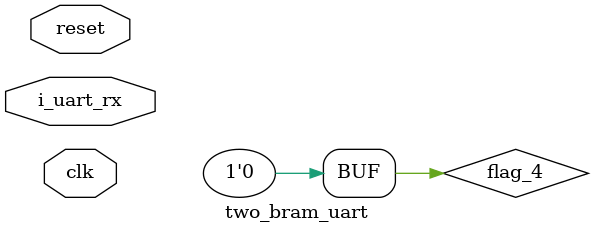
<source format=v>
module two_bram_uart(input clk,reset,i_uart_rx);

wire clk_out1, clk_out2;

localparam  N_DATA_BITS = 8,
                OVERSAMPLE = 13;
                
    localparam integer UART_CLOCK_DIVIDER = 64;
    localparam integer MAJORITY_START_IDX = 4;
    localparam integer MAJORITY_END_IDX = 8;
    localparam integer UART_CLOCK_DIVIDER_WIDTH = $clog2(UART_CLOCK_DIVIDER);
    
    wire reset;
    
    wire uart_clk;
    reg uart_en;
    reg [UART_CLOCK_DIVIDER_WIDTH:0] uart_divider_counter;
    
    wire [N_DATA_BITS-1:0] uart_rx_data;
    wire uart_rx_data_valid;
    
    reg [N_DATA_BITS-1:0] uart_rx_data_buf;
    reg uart_rx_data_valid_buf;
    
     uart_rx #(
        .OVERSAMPLE(OVERSAMPLE),
        .N_DATA_BITS(N_DATA_BITS),
        .MAJORITY_START_IDX(MAJORITY_START_IDX),
        .MAJORITY_END_IDX(MAJORITY_END_IDX)
    ) rx_data (
        .i_clk(uart_clk),
        .i_en(uart_en),
        .i_reset(reset),
        .i_data(i_uart_rx),
        
        .o_data(uart_rx_data),
        .o_data_valid(uart_rx_data_valid)
    );

always @(posedge uart_clk) begin
        if(uart_divider_counter < (UART_CLOCK_DIVIDER-1))
            uart_divider_counter <= uart_divider_counter + 1;
       else
            uart_divider_counter <= 'd0;
    end
    
always @(posedge uart_clk) begin
    uart_en <= (uart_divider_counter == 'd10); 
end

clk_wiz_0 clk_gen(
   .clk_out1(uart_clk),     // output clk_out1
   .clk_in1(clk));      // input clk_in1


// BRAM A inst and variables
reg wea_a=1;
reg [3:0] addra_r, addra_w;
reg [7:0] din_a, buff_a; 
wire [7:0] data_a;


blk_mem_gen_0 bram_a (
  .clka(uart_clk),    // input wire clka
  .wea(wea_a),      // input wire [0 : 0] wea
  .addra(addra_w),  // input wire [3 : 0] addra
  .dina(din_a),    // input wire [7 : 0] dina
  .douta(0),  // output wire [7 : 0] douta
  .clkb(clk),    // input wire clkb
  .web(0),      // input wire [0 : 0] web
  .addrb(addra_r),  // input wire [3 : 0] addrb
  .dinb(0),    // input wire [7 : 0] dinb
  .doutb(data_a)  // output wire [7 : 0] doutb
);

// BRAM B inst and variables
reg wea_b=1;
reg [3:0] addrb_r, addrb_w;
reg [7:0] din_b, buff_b;
wire [7:0] data_b; 

blk_mem_gen_0 bram_b (
  .clka(uart_clk),    // input wire clka
  .wea(wea_b),      // input wire [0 : 0] wea
  .addra(addrb_w),  // input wire [3 : 0] addra
  .dina(din_b),    // input wire [7 : 0] dina
  .douta(0),  // output wire [7 : 0] douta
  .clkb(clk),    // input wire clkb
  .web(0),      // input wire [0 : 0] web
  .addrb(addrb_r),  // input wire [3 : 0] addrb
  .dinb(0),    // input wire [7 : 0] dinb
  .doutb(data_b)  // output wire [7 : 0] doutb
);

//debugging writing to BRAM uart_clk

ila_0 ila_uart (
	.clk(uart_clk), // input wire clk
	.probe0(wea_a), // input wire [0:0]  probe0  
	.probe1(addra_w), // input wire [3:0]  probe1 
	.probe2(din_a), // input wire [7:0]  probe2 
	.probe3(wea_b), // input wire [0:0]  probe3 
	.probe4(addrb_w), // input wire [3:0]  probe4 
	.probe5(din_b), // input wire [7:0]  probe5 
	.probe6(b_sel), // input wire [0:0]  probe6 
	.probe7(sysenb), // input wire [0:0]  probe7 
	.probe8(cnt) // input wire [4:0]  probe8
);


ila_1 ila_clk (
	.clk(clk), // input wire clk
	.probe0(addra_w), // input wire [3:0]  probe0  
	.probe1(buff_a), // input wire [7:0]  probe1 
	.probe2(addra_r), // input wire [3:0]  probe2 
	.probe3(buff_b), // input wire [7:0]  probe3 
	.probe4(addrb_w), // input wire [3:0]  probe4 
	.probe5(din_a), // input wire [7:0]  probe5 
	.probe6(addrb_r), // input wire [3:0]  probe6 
	.probe7(din_b), // input wire [7:0]  probe7 
	.probe8(cnt_data_a), // input wire [4:0]  probe8 
	.probe9(cnt_data_b), // input wire [4:0]  probe9 
	.probe10(flag_2) // input wire [0:0]  probe10
);



//writing to BRAM from UART

reg [4:0] cnt = 0, cnt_data_a = 0, cnt_data_b =0;
reg flag_1=0, flag_2=0, flag_3=0, flag_4=0;
reg sysenb;
reg b_sel;

always @(posedge uart_clk)begin

    if(uart_rx_data_valid && uart_en && !b_sel)begin 
    
        if(cnt == 15)begin
            b_sel <= 1;
            wea_a <= 0;
        end   
        else begin
            flag_1 = 1;
            din_a <= uart_rx_data;
            addra_w <= addra_w + 'b00001;
            cnt <= cnt + 'b00001;
        end
    end
    
    if(uart_rx_data_valid && uart_en && b_sel)begin 
    
        if(cnt == 31)begin
            sysenb <= 1;
            cnt <= 0;
            addra_r <= 0;
            wea_b <= 0;        
        end
       
        else begin
            //flag_3 = 1;
            din_b <= uart_rx_data;
            addrb_w <= addrb_w + 'b00001;
            cnt <= cnt + 'b00001;
        end
    end
    
end

//reading from BRAM 
always @(posedge clk)begin

    if(sysenb)begin
    
        if(cnt_data_a == 15)begin
        
            addra_r <= 0;
            flag_2 <= 0;
            cnt_data_a<=0;
        
        end
        
        else begin
            flag_2 = 1;
            buff_a <= data_a;
            addra_r <= addra_r + 'b00001;
            cnt_data_a <= cnt_data_a + 'b00001;
        end
    end
    
    if(sysenb)begin
    
        if(cnt_data_b == 15)begin
        
            addrb_r <= 0;
            flag_3 <= 0;
            cnt_data_b <= 0;
        
        end
        
        else begin
            flag_3 = 1;
            buff_b <= data_b;
            addrb_r <= addrb_r + 'b00001;
            cnt_data_b <= cnt_data_b + 'b00001;
        end

    end
end

endmodule

</source>
